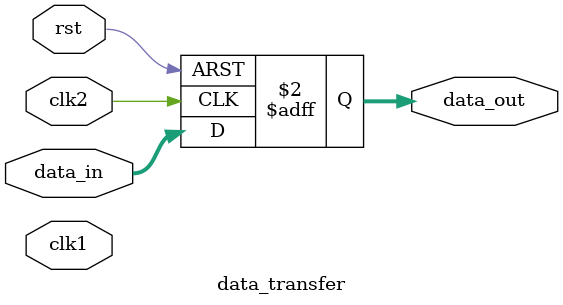
<source format=v>
`timescale 1ns / 1ps

module data_transfer (
    input wire clk1,           // Clock for source domain
    input wire clk2,           // Clock for destination domain
    input wire rst,            // Reset signal
    input wire [7:0] data_in,  // Input data from clk1
    output reg [7:0] data_out  // Output data to clk2
);

    always @(posedge clk2 or posedge rst) begin
        if (rst) begin
            data_out <= 8'b0;
        end else begin
            data_out <= data_in; // Direct transfer without synchronization
        end
    end
endmodule

</source>
